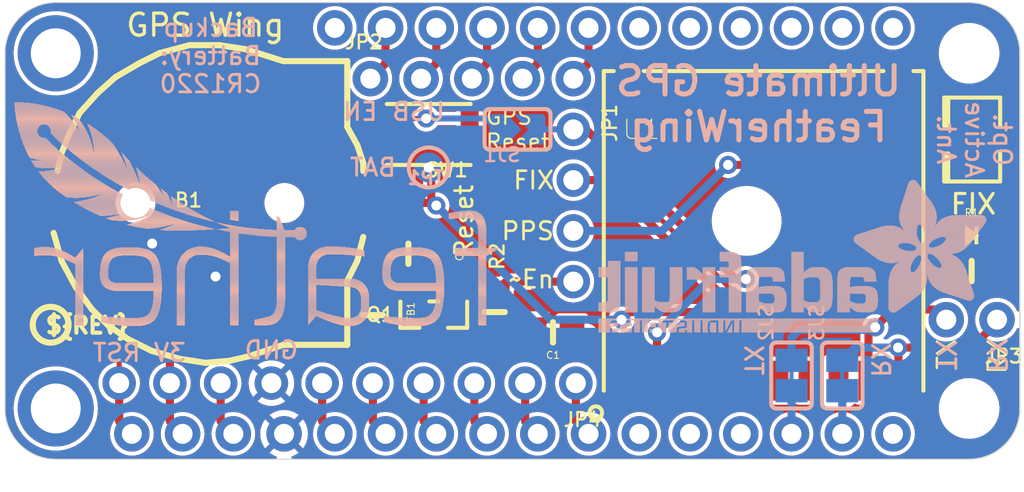
<source format=kicad_pcb>
(kicad_pcb (version 20221018) (generator pcbnew)
  (layers (0 "F.Cu" signal) (31 "B.Cu" signal) (34 "B.Paste" user) (35 "F.Paste" user) (36 "B.SilkS" user "B.Silkscreen") (37 "F.SilkS" user "F.Silkscreen") (38 "B.Mask" user) (39 "F.Mask" user) (44 "Edge.Cuts" user))
  (net 0 "")
  (net 1 "FIX")
  (net 2 "N$2")
  (net 3 "GND")
  (net 4 "3.3V")
  (net 5 "VBACKUP")
  (net 6 "GPS_TX")
  (net 7 "GPS_RX")
  (net 8 "N$4")
  (net 9 "1PPS")
  (net 10 "3V")
  (net 11 "N")
  (net 12 "M")
  (net 13 "L")
  (net 14 "F")
  (net 15 "E")
  (net 16 "D")
  (net 17 "C")
  (net 18 "B")
  (net 19 "A")
  (net 20 "GPS_RESET")
  (net 21 "RST")
  (net 22 "AREF")
  (net 23 "EN")
  (net 24 "USB")
  (net 25 "N$15")
  (net 26 "ENABLE")
  (net 27 "RX")
  (net 28 "TX")
  (net 29 "J")
  (net 30 "I")
  (net 31 "H")
  (net 32 "SCL")
  (net 33 "SDA")
  (net 34 "K")
  (net 35 "SCK")
  (net 36 "MOSI")
  (net 37 "MISO")
  (net 38 "G")
  (footprint "working:1X10_ROUND" (layer "F.Cu") (at 140.2461 112.6236 180)
    (fp_text reference "JP4" (at -12.7762 -1.8288) (layer "F.SilkS") (effects (font (size 0.692831 0.692831) (thickness 0.119969)) (justify right)))
    (fp_text value "")
    (pad "1" thru_hole circle (at -11.43 0 270) (size 1.6764 1.6764) (drill 1) (layers "*.Cu" "*.Mask") (net 14 "F"))
    (pad "2" thru_hole circle (at -8.89 0 270) (size 1.6764 1.6764) (drill 1) (layers "*.Cu" "*.Mask") (net 15 "E"))
    (pad "3" thru_hole circle (at -6.35 0 270) (size 1.6764 1.6764) (drill 1) (layers "*.Cu" "*.Mask") (net 16 "D"))
    (pad "4" thru_hole circle (at -3.81 0 270) (size 1.6764 1.6764) (drill 1) (layers "*.Cu" "*.Mask") (net 17 "C"))
    (pad "5" thru_hole circle (at -1.27 0 270) (size 1.6764 1.6764) (drill 1) (layers "*.Cu" "*.Mask") (net 18 "B"))
    (pad "6" thru_hole circle (at 1.27 0 270) (size 1.6764 1.6764) (drill 1) (layers "*.Cu" "*.Mask") (net 19 "A"))
    (pad "7" thru_hole circle (at 3.81 0 270) (size 1.6764 1.6764) (drill 1) (layers "*.Cu" "*.Mask") (net 3 "GND"))
    (pad "8" thru_hole circle (at 6.35 0 270) (size 1.6764 1.6764) (drill 1) (layers "*.Cu" "*.Mask") (net 22 "AREF"))
    (pad "9" thru_hole circle (at 8.89 0 270) (size 1.6764 1.6764) (drill 1) (layers "*.Cu" "*.Mask") (net 10 "3V"))
    (pad "10" thru_hole circle (at 11.43 0 270) (size 1.6764 1.6764) (drill 1) (layers "*.Cu" "*.Mask") (net 21 "RST"))
  )
  (footprint "working:FIDUCIAL_1MM" (layer "F.Cu") (at 169.6061 115.3726)
    (fp_text reference "FID2" hide)
    (fp_text value "FIDUCIAL\"\"" hide)
    (pad "1" smd roundrect (at 0 0) (size 1 1) (layers "F.Cu" "F.Mask") (roundrect_rratio 0.5))
  )
  (footprint "working:0805-NO" (layer "F.Cu") (at 143.2941 106.1466)
    (fp_text reference "C2" (at 2.564 0.405 90) (layer "F.SilkS") (effects (font (size 0.35308 0.35308) (thickness 0.05332)) (justify left)))
    (fp_text value "10uF")
    (pad "1" smd rect (at -0.95 0) (size 1.24 1.5) (layers "F.Cu" "F.Paste" "F.Mask") (net 4 "3.3V"))
    (pad "2" smd rect (at 0.95 0) (size 1.24 1.5) (layers "F.Cu" "F.Paste" "F.Mask") (net 3 "GND"))
  )
  (footprint "working:U.FL" (layer "F.Cu") (at 171.6151 100.4316 180)
    (fp_text reference "X1" hide)
    (fp_text value "uFL" hide)
    (pad "1" smd rect (at 0 -1.375 180) (size 2.2 1.05) (layers "F.Cu" "F.Paste" "F.Mask") (net 3 "GND"))
    (pad "2" smd rect (at 0 1.375 180) (size 2.2 1.05) (layers "F.Cu" "F.Paste" "F.Mask") (net 3 "GND"))
    (pad "3" smd rect (at 1.525 0 180) (size 0.8 1) (layers "F.Cu" "F.Paste" "F.Mask") (net 8 "N$4"))
    (zone (net 0) (net_name "") (layer "F.Cu") (connect_pads (clearance 0)) (min_thickness 0.25)
      (keepout (tracks not_allowed) (vias not_allowed) (pads not_allowed) (copperpour not_allowed) (footprints allowed))
      (fill (thermal_gap 0.5) (thermal_bridge_width 0.5))
      (polygon (pts (xy 172.5041 99.6061) (xy 170.7261 99.6061) (xy 170.7261 101.2571) (xy 172.5041 101.2571)))
    )
  )
  (footprint "working:SOT23-WIDE" (layer "F.Cu") (at 144.5641 109.1946 180)
    (fp_text reference "Q1" (at 1.905 0) (layer "F.SilkS") (effects (font (size 0.692831 0.692831) (thickness 0.119969)) (justify right)))
    (fp_text value "DMG3415U-7 ")
    (pad "1" smd rect (at -0.95 1 180) (size 1 1.2) (layers "F.Cu" "F.Paste" "F.Mask") (net 26 "ENABLE"))
    (pad "2" smd rect (at 0.95 1 180) (size 1 1.2) (layers "F.Cu" "F.Paste" "F.Mask") (net 4 "3.3V"))
    (pad "3" smd rect (at 0 -1 180) (size 1 1.2) (layers "F.Cu" "F.Paste" "F.Mask") (net 25 "N$15"))
  )
  (footprint "working:1X02_ROUND" (layer "F.Cu") (at 171.4881 109.4486 180)
    (fp_text reference "JP3" (at -2.6162 -1.8288) (layer "F.SilkS") (effects (font (size 0.692831 0.692831) (thickness 0.119969)) (justify right)))
    (fp_text value "")
    (pad "1" thru_hole circle (at -1.27 0 270) (size 1.778 1.778) (drill 1) (layers "*.Cu" "*.Mask") (net 7 "GPS_RX"))
    (pad "2" thru_hole circle (at 1.27 0 270) (size 1.778 1.778) (drill 1) (layers "*.Cu" "*.Mask") (net 6 "GPS_TX"))
  )
  (footprint "working:0805-NO" (layer "F.Cu") (at 150.5331 110.0836 180)
    (fp_text reference "C1" (at -0.381 -1.143) (layer "F.SilkS") (effects (font (size 0.35308 0.35308) (thickness 0.05332)) (justify right)))
    (fp_text value "0.1uF")
    (pad "1" smd rect (at -0.95 0 180) (size 1.24 1.5) (layers "F.Cu" "F.Paste" "F.Mask") (net 25 "N$15"))
    (pad "2" smd rect (at 0.95 0 180) (size 1.24 1.5) (layers "F.Cu" "F.Paste" "F.Mask") (net 3 "GND"))
  )
  (footprint "working:0805-NO" (layer "F.Cu") (at 147.6121 109.0676 90)
    (fp_text reference "R2" (at 2.032 0.127 90) (layer "F.SilkS") (effects (font (size 0.692831 0.692831) (thickness 0.119969)) (justify left)))
    (fp_text value "100K")
    (pad "1" smd rect (at -0.95 0 90) (size 1.24 1.5) (layers "F.Cu" "F.Paste" "F.Mask") (net 3 "GND"))
    (pad "2" smd rect (at 0.95 0 90) (size 1.24 1.5) (layers "F.Cu" "F.Paste" "F.Mask") (net 26 "ENABLE"))
  )
  (footprint "working:FIDUCIAL_1MM" (layer "F.Cu") (at 124.7521 99.5426)
    (fp_text reference "FID1" hide)
    (fp_text value "FIDUCIAL\"\"" hide)
    (pad "1" smd roundrect (at 0 0) (size 1 1) (layers "F.Cu" "F.Mask") (roundrect_rratio 0.5))
  )
  (footprint "working:1X05_ROUND_70" (layer "F.Cu") (at 146.4691 97.3836)
    (fp_text reference "JP2" (at -6.4262 -1.8288) (layer "F.SilkS") (effects (font (size 0.692831 0.692831) (thickness 0.119969)) (justify left)))
    (fp_text value "")
    (pad "1" thru_hole circle (at -5.08 0 90) (size 1.778 1.778) (drill 1) (layers "*.Cu" "*.Mask") (net 23 "EN"))
    (pad "2" thru_hole circle (at -2.54 0 90) (size 1.778 1.778) (drill 1) (layers "*.Cu" "*.Mask") (net 24 "USB"))
    (pad "3" thru_hole circle (at 0 0 90) (size 1.778 1.778) (drill 1) (layers "*.Cu" "*.Mask") (net 11 "N"))
    (pad "4" thru_hole circle (at 2.54 0 90) (size 1.778 1.778) (drill 1) (layers "*.Cu" "*.Mask") (net 12 "M"))
    (pad "5" thru_hole circle (at 5.08 0 90) (size 1.778 1.778) (drill 1) (layers "*.Cu" "*.Mask") (net 13 "L"))
  )
  (footprint "working:FEATHERWING" (layer "F.Cu") (at 123.1011 116.4336)
    (fp_text reference "MS1" hide)
    (fp_text value "FEATHERWING" hide)
    (fp_line (start 0 -20.32) (end 0 -2.54) (stroke (width 0.05)) (layer "Edge.Cuts"))
    (fp_line (start 2.54 0) (end 48.26 0) (stroke (width 0.05)) (layer "Edge.Cuts"))
    (fp_line (start 48.26 -22.86) (end 2.54 -22.86) (stroke (width 0.05)) (layer "Edge.Cuts"))
    (fp_line (start 50.8 -2.54) (end 50.8 -20.32) (stroke (width 0.05)) (layer "Edge.Cuts"))
    (fp_arc (start 0 -20.32) (mid 0.743949 -22.116051) (end 2.54 -22.86) (stroke (width 0.05)) (layer "Edge.Cuts"))
    (fp_arc (start 2.54 0) (mid 0.743949 -0.743949) (end 0 -2.54) (stroke (width 0.05)) (layer "Edge.Cuts"))
    (fp_arc (start 48.26 -22.86) (mid 50.056051 -22.116051) (end 50.8 -20.32) (stroke (width 0.05)) (layer "Edge.Cuts"))
    (fp_arc (start 50.8 -2.54) (mid 50.056051 -0.743949) (end 48.26 0) (stroke (width 0.05)) (layer "Edge.Cuts"))
    (pad "" np_thru_hole circle (at 48.26 -20.32) (size 2.54 2.54) (drill 2.54) (layers "*.Cu" "*.Mask"))
    (pad "" np_thru_hole circle (at 48.26 -2.54) (size 2.54 2.54) (drill 2.54) (layers "*.Cu" "*.Mask"))
    (pad "1" thru_hole circle (at 6.35 -1.27) (size 1.778 1.778) (drill 1) (layers "*.Cu" "*.Mask") (net 21 "RST"))
    (pad "2" thru_hole circle (at 8.89 -1.27) (size 1.778 1.778) (drill 1) (layers "*.Cu" "*.Mask") (net 10 "3V"))
    (pad "3" thru_hole circle (at 11.43 -1.27) (size 1.778 1.778) (drill 1) (layers "*.Cu" "*.Mask") (net 22 "AREF"))
    (pad "4" thru_hole circle (at 13.97 -1.27) (size 1.778 1.778) (drill 1) (layers "*.Cu" "*.Mask") (net 3 "GND"))
    (pad "5" thru_hole circle (at 16.51 -1.27) (size 1.778 1.778) (drill 1) (layers "*.Cu" "*.Mask") (net 19 "A"))
    (pad "6" thru_hole circle (at 19.05 -1.27) (size 1.778 1.778) (drill 1) (layers "*.Cu" "*.Mask") (net 18 "B"))
    (pad "7" thru_hole circle (at 21.59 -1.27) (size 1.778 1.778) (drill 1) (layers "*.Cu" "*.Mask") (net 17 "C"))
    (pad "8" thru_hole circle (at 24.13 -1.27) (size 1.778 1.778) (drill 1) (layers "*.Cu" "*.Mask") (net 16 "D"))
    (pad "9" thru_hole circle (at 26.67 -1.27) (size 1.778 1.778) (drill 1) (layers "*.Cu" "*.Mask") (net 15 "E"))
    (pad "10" thru_hole circle (at 29.21 -1.27) (size 1.778 1.778) (drill 1) (layers "*.Cu" "*.Mask") (net 14 "F"))
    (pad "11" thru_hole circle (at 31.75 -1.27) (size 1.778 1.778) (drill 1) (layers "*.Cu" "*.Mask") (net 35 "SCK"))
    (pad "12" thru_hole circle (at 34.29 -1.27) (size 1.778 1.778) (drill 1) (layers "*.Cu" "*.Mask") (net 36 "MOSI"))
    (pad "13" thru_hole circle (at 36.83 -1.27) (size 1.778 1.778) (drill 1) (layers "*.Cu" "*.Mask") (net 37 "MISO"))
    (pad "14" thru_hole circle (at 39.37 -1.27) (size 1.778 1.778) (drill 1) (layers "*.Cu" "*.Mask") (net 27 "RX"))
    (pad "15" thru_hole circle (at 41.91 -1.27) (size 1.778 1.778) (drill 1) (layers "*.Cu" "*.Mask") (net 28 "TX"))
    (pad "16" thru_hole circle (at 44.45 -1.27) (size 1.778 1.778) (drill 1) (layers "*.Cu" "*.Mask") (net 38 "G"))
    (pad "17" thru_hole circle (at 44.45 -21.59) (size 1.778 1.778) (drill 1) (layers "*.Cu" "*.Mask") (net 33 "SDA"))
    (pad "18" thru_hole circle (at 41.91 -21.59) (size 1.778 1.778) (drill 1) (layers "*.Cu" "*.Mask") (net 32 "SCL"))
    (pad "19" thru_hole circle (at 39.37 -21.59) (size 1.778 1.778) (drill 1) (layers "*.Cu" "*.Mask") (net 31 "H"))
    (pad "20" thru_hole circle (at 36.83 -21.59) (size 1.778 1.778) (drill 1) (layers "*.Cu" "*.Mask") (net 30 "I"))
    (pad "21" thru_hole circle (at 34.29 -21.59) (size 1.778 1.778) (drill 1) (layers "*.Cu" "*.Mask") (net 29 "J"))
    (pad "22" thru_hole circle (at 31.75 -21.59) (size 1.778 1.778) (drill 1) (layers "*.Cu" "*.Mask") (net 34 "K"))
    (pad "23" thru_hole circle (at 29.21 -21.59) (size 1.778 1.778) (drill 1) (layers "*.Cu" "*.Mask") (net 13 "L"))
    (pad "24" thru_hole circle (at 26.67 -21.59) (size 1.778 1.778) (drill 1) (layers "*.Cu" "*.Mask") (net 12 "M"))
    (pad "25" thru_hole circle (at 24.13 -21.59) (size 1.778 1.778) (drill 1) (layers "*.Cu" "*.Mask") (net 11 "N"))
    (pad "26" thru_hole circle (at 21.59 -21.59) (size 1.778 1.778) (drill 1) (layers "*.Cu" "*.Mask") (net 24 "USB"))
    (pad "27" thru_hole circle (at 19.05 -21.59) (size 1.778 1.778) (drill 1) (layers "*.Cu" "*.Mask") (net 23 "EN"))
    (pad "28" thru_hole circle (at 16.51 -21.59) (size 1.778 1.778) (drill 1) (layers "*.Cu" "*.Mask"))
    (pad "P$1" thru_hole circle (at 2.54 -20.32) (size 3.81 3.81) (drill 2.5) (layers "*.Cu" "*.Mask"))
    (pad "P$2" thru_hole circle (at 2.54 -2.54) (size 3.81 3.81) (drill 2.5) (layers "*.Cu" "*.Mask"))
  )
  (footprint "working:0805-NO" (layer "F.Cu") (at 141.5161 109.2186 90)
    (fp_text reference "FB1" (at -0.381 1.905 90) (layer "F.SilkS") (effects (font (size 0.35308 0.35308) (thickness 0.05332)) (justify left)))
    (fp_text value "Ferrite")
    (pad "1" smd rect (at -0.95 0 90) (size 1.24 1.5) (layers "F.Cu" "F.Paste" "F.Mask") (net 10 "3V"))
    (pad "2" smd rect (at 0.95 0 90) (size 1.24 1.5) (layers "F.Cu" "F.Paste" "F.Mask") (net 4 "3.3V"))
  )
  (footprint "working:CR1220-2" (layer "F.Cu") (at 133.1341 103.6066)
    (fp_text reference "B1" (at -1.602 -0.14) (layer "F.SilkS") (effects (font (size 0.692831 0.692831) (thickness 0.119969)) (justify left)))
    (fp_text value "CR1220")
    (pad "" np_thru_hole circle (at -3.5 0) (size 1.5 1.5) (drill 1.5) (layers "*.Cu" "*.Mask"))
    (pad "" np_thru_hole circle (at 3.95 0) (size 1.5 1.5) (drill 1.5) (layers "*.Cu" "*.Mask"))
    (pad "+" smd rect (at 8.29 0) (size 4 2) (layers "F.Cu" "F.Paste" "F.Mask") (net 5 "VBACKUP"))
    (pad "-" smd rect (at -7.6 0) (size 4 2) (layers "F.Cu" "F.Paste" "F.Mask") (net 3 "GND"))
  )
  (footprint "working:1X04_ROUND" (layer "F.Cu") (at 151.5491 103.7336 -90)
    (fp_text reference "JP1" (at -5.1562 -1.8288 90) (layer "F.SilkS") (effects (font (size 0.692831 0.692831) (thickness 0.119969)) (justify right)))
    (fp_text value "")
    (pad "1" thru_hole circle (at -3.81 0) (size 1.6764 1.6764) (drill 1) (layers "*.Cu" "*.Mask") (net 20 "GPS_RESET"))
    (pad "2" thru_hole circle (at -1.27 0) (size 1.6764 1.6764) (drill 1) (layers "*.Cu" "*.Mask") (net 1 "FIX"))
    (pad "3" thru_hole circle (at 1.27 0) (size 1.6764 1.6764) (drill 1) (layers "*.Cu" "*.Mask") (net 9 "1PPS"))
    (pad "4" thru_hole circle (at 3.81 0) (size 1.6764 1.6764) (drill 1) (layers "*.Cu" "*.Mask") (net 26 "ENABLE"))
  )
  (footprint "working:0805-NO" (layer "F.Cu") (at 171.4881 107.0116)
    (fp_text reference "R1" (at -0.381 -2.921) (layer "F.SilkS") (effects (font (size 0.35308 0.35308) (thickness 0.05332)) (justify left)))
    (fp_text value "470 ohm")
    (pad "1" smd rect (at -0.95 0) (size 1.24 1.5) (layers "F.Cu" "F.Paste" "F.Mask") (net 3 "GND"))
    (pad "2" smd rect (at 0.95 0) (size 1.24 1.5) (layers "F.Cu" "F.Paste" "F.Mask") (net 2 "N$2"))
  )
  (footprint "working:FGPMMOPA6H" (layer "F.Cu") (at 161.0741 105.0036 90)
    (fp_text reference "U1" (at 5.071 -7.111) (layer "F.SilkS") (effects (font (size 0.96268 0.96268) (thickness 0.05332)) (justify left)))
    (fp_text value "FGPMMOPA6H")
    (pad "" np_thru_hole circle (at 0.5 -0.85 90) (size 3 3) (drill 3) (layers "*.Cu" "*.Mask"))
    (pad "P$1" smd rect (at -7.5 -6.75 90) (size 2 1) (layers "F.Cu" "F.Paste" "F.Mask") (net 25 "N$15"))
    (pad "P$2" smd rect (at -7.5 -5.25 90) (size 2 1) (layers "F.Cu" "F.Paste" "F.Mask") (net 20 "GPS_RESET"))
    (pad "P$3" smd rect (at -7.5 -3.75 90) (size 2 1) (layers "F.Cu" "F.Paste" "F.Mask") (net 3 "GND"))
    (pad "P$4" smd rect (at -7.5 -2.25 90) (size 2 1) (layers "F.Cu" "F.Paste" "F.Mask") (net 5 "VBACKUP"))
    (pad "P$5" smd rect (at -7.5 -0.75 90) (size 2 1) (layers "F.Cu" "F.Paste" "F.Mask") (net 1 "FIX"))
    (pad "P$6" smd rect (at -7.5 0.75 90) (size 2 1) (layers "F.Cu" "F.Paste" "F.Mask"))
    (pad "P$7" smd rect (at -7.5 2.25 90) (size 2 1) (layers "F.Cu" "F.Paste" "F.Mask"))
    (pad "P$8" smd rect (at -7.5 3.75 90) (size 2 1) (layers "F.Cu" "F.Paste" "F.Mask") (net 3 "GND"))
    (pad "P$9" smd rect (at -7.5 5.25 90) (size 2 1) (layers "F.Cu" "F.Paste" "F.Mask") (net 6 "GPS_TX"))
    (pad "P$10" smd rect (at -7.5 6.75 90) (size 2 1) (layers "F.Cu" "F.Paste" "F.Mask") (net 7 "GPS_RX"))
    (pad "P$11" smd rect (at 7.5 6.75 270) (size 2 1) (layers "F.Cu" "F.Paste" "F.Mask") (net 8 "N$4"))
    (pad "P$12" smd rect (at 7.5 5.25 270) (size 2 1) (layers "F.Cu" "F.Paste" "F.Mask") (net 3 "GND"))
    (pad "P$13" smd rect (at 7.5 3.75 270) (size 2 1) (layers "F.Cu" "F.Paste" "F.Mask") (net 9 "1PPS"))
    (pad "P$14" smd rect (at 7.5 2.25 270) (size 2 1) (layers "F.Cu" "F.Paste" "F.Mask"))
    (pad "P$15" smd rect (at 7.5 0.75 270) (size 2 1) (layers "F.Cu" "F.Paste" "F.Mask"))
    (pad "P$16" smd rect (at 7.5 -0.75 270) (size 2 1) (layers "F.Cu" "F.Paste" "F.Mask"))
    (pad "P$17" smd rect (at 7.5 -2.25 270) (size 2 1) (layers "F.Cu" "F.Paste" "F.Mask"))
    (pad "P$18" smd rect (at 7.5 -3.75 270) (size 2 1) (layers "F.Cu" "F.Paste" "F.Mask"))
    (pad "P$19" smd rect (at 7.5 -5.25 270) (size 2 1) (layers "F.Cu" "F.Paste" "F.Mask") (net 3 "GND"))
    (pad "P$20" smd rect (at 7.5 -6.75 270) (size 2 1) (layers "F.Cu" "F.Paste" "F.Mask"))
  )
  (footprint "working:BTN_KMR2_4.6X2.8" (layer "F.Cu") (at 144.3101 100.1776 180)
    (fp_text reference "SW1" (at -2.032 -1.778) (layer "F.SilkS") (effects (font (size 0.692831 0.692831) (thickness 0.119969)) (justify right)))
    (fp_text value "KMR2")
    (pad "A" smd rect (at 2.05 -0.8 180) (size 0.9 0.9) (layers "F.Cu" "F.Paste" "F.Mask") (net 3 "GND"))
    (pad "A'" smd rect (at -2.05 -0.8 180) (size 0.9 0.9) (layers "F.Cu" "F.Paste" "F.Mask") (net 3 "GND"))
    (pad "B" smd rect (at 2.05 0.8 180) (size 0.9 0.9) (layers "F.Cu" "F.Paste" "F.Mask") (net 21 "RST"))
    (pad "B'" smd rect (at -2.05 0.8 180) (size 0.9 0.9) (layers "F.Cu" "F.Paste" "F.Mask") (net 21 "RST"))
  )
  (footprint "working:CHIPLED_0805_NOOUTLINE" (layer "F.Cu") (at 171.4881 105.2336 -90)
    (fp_text reference "LED1" hide)
    (fp_text value "RED")
    (pad "A" smd rect (at 0 1.05 270) (size 1.2 1.2) (layers "F.Cu" "F.Paste" "F.Mask") (net 1 "FIX"))
    (pad "C" smd rect (at 0 -1.05 270) (size 1.2 1.2) (layers "F.Cu" "F.Paste" "F.Mask") (net 2 "N$2"))
  )
  (footprint "working:PCBFEAT-REV-040" (layer "F.Cu") (at 125.3871 109.7026)
    (fp_text reference "U$9" hide)
    (fp_text value "" hide)
    (fp_text user "${REV}" (at -0.3556 0.508) (layer "F.SilkS") (effects (font (size 0.8128 0.8128) (thickness 0.2032)) (justify left bottom)))
  )
  (footprint "working:TESTPOINT_ROUND_1.5MM" (layer "B.Cu") (at 144.3101 101.8286 180)
    (fp_text reference "TP1" (at 1.143 -0.127) (layer "B.SilkS") (effects (font (size 0.666496 0.666496) (thickness 0.146304)) (justify right top mirror)))
    (fp_text value "")
    (pad "P$1" smd roundrect (at 0 0 180) (size 1.5 1.5) (layers "B.Cu" "B.Mask") (roundrect_rratio 0.5) (net 5 "VBACKUP"))
  )
  (footprint "working:SOLDERJUMPER_ARROW_NOPASTE" (layer "B.Cu") (at 148.7551 99.9236)
    (fp_text reference "SJ1" (at -1.778 1.27) (layer "B.SilkS") (effects (font (size 0.692831 0.692831) (thickness 0.119969)) (justify right mirror)))
    (fp_text value "")
    (fp_poly (pts (xy 0.201021 0) (xy -0.560979 -0.762) (xy -1.1684 -0.762) (xy -1.1684 0.762) (xy -0.560979 0.762)) (fill solid) (layer "B.Cu"))
    (fp_poly (pts (xy 1.1684 -0.762) (xy -0.186831 -0.762) (xy 0.548892 0) (xy -0.186831 0.762) (xy 1.1684 0.762)) (fill solid) (layer "B.Cu"))
    (pad "1" smd roundrect (at -1.016 0) (size 0.762 1.524) (layers "B.Cu") (net 21 "RST"))
    (pad "2" smd roundrect (at 1.016 0) (size 0.762 1.524) (layers "B.Cu") (net 20 "GPS_RESET"))
  )
  (footprint "working:SOLDERJUMPER_CLOSEDWIRE" (layer "B.Cu") (at 165.0111 112.2426 -90)
    (fp_text reference "SJ3" (at -1.651 1.27 -270) (layer "B.SilkS") (effects (font (size 0.692831 0.692831) (thickness 0.119969)) (justify right mirror)))
    (fp_text value "")
    (pad "1" smd rect (at -0.762 0 270) (size 1.1684 1.6002) (layers "B.Cu" "B.Mask") (net 7 "GPS_RX"))
    (pad "2" smd rect (at 0.762 0 270) (size 1.1684 1.6002) (layers "B.Cu" "B.Mask") (net 28 "TX"))
    (pad "WIRE" smd rect (at 0 0 270) (size 0.635 0.2032) (layers "B.Cu" "B.Mask"))
  )
  (footprint "working:SOLDERJUMPER_CLOSEDWIRE" (layer "B.Cu") (at 162.4711 112.2426 -90)
    (fp_text reference "SJ2" (at -1.651 1.27 -270) (layer "B.SilkS") (effects (font (size 0.692831 0.692831) (thickness 0.119969)) (justify right mirror)))
    (fp_text value "")
    (pad "1" smd rect (at -0.762 0 270) (size 1.1684 1.6002) (layers "B.Cu" "B.Mask") (net 6 "GPS_TX"))
    (pad "2" smd rect (at 0.762 0 270) (size 1.1684 1.6002) (layers "B.Cu" "B.Mask") (net 27 "RX"))
    (pad "WIRE" smd rect (at 0 0 270) (size 0.635 0.2032) (layers "B.Cu" "B.Mask"))
  )
  (footprint "working:FEATHERLOGO" (layer "B.Cu") (at 147.8661 109.8296 180)
    (fp_text reference "U$10" hide)
    (fp_text value "" hide)
  )
  (footprint "working:ADAFRUIT_TEXT_20MM" (layer "B.Cu") (at 172.3771 110.0836 180)
    (fp_text reference "U$11" hide)
    (fp_text value "" hide)
  )
  (gr_arc (start 171.3611 93.5736) (mid 173.157151 94.317549) (end 173.9011 96.1136) (stroke (width 0.05)) (layer "Edge.Cuts"))
  (gr_arc (start 173.9011 113.8936) (mid 173.157151 115.689651) (end 171.3611 116.4336) (stroke (width 0.05)) (layer "Edge.Cuts"))
  (gr_line (start 173.9011 96.1136) (end 173.9011 113.8936) (stroke (width 0.05)) (layer "Edge.Cuts"))
  (gr_text "Opt.\nActive\nAnt." (at 171.6151 100.4316 -90) (layer "B.SilkS") (effects (font (size 0.87376 0.87376) (thickness 0.14224)) (justify mirror)))
  (gr_text "GND" (at 136.4361 110.9726) (layer "B.SilkS") (effects (font (size 0.87376 0.87376) (thickness 0.14224)) (justify mirror)))
  (gr_text "USB" (at 143.8021 99.0346) (layer "B.SilkS") (effects (font (size 0.87376 0.87376) (thickness 0.14224)) (justify mirror)))
  (gr_text "Backup\nBattery:\nCR1220" (at 133.3881 96.2406) (layer "B.SilkS") (effects (font (size 0.87376 0.87376) (thickness 0.14224)) (justify mirror)))
  (gr_text "TX" (at 170.2181 111.2266 -90) (layer "B.SilkS") (effects (font (size 0.87376 0.87376) (thickness 0.14224)) (justify mirror)))
  (gr_text "3V" (at 131.3561 111.0996) (layer "B.SilkS") (effects (font (size 0.87376 0.87376) (thickness 0.14224)) (justify mirror)))
  (gr_text "EN" (at 140.8811 99.0346) (layer "B.SilkS") (effects (font (size 0.87376 0.87376) (thickness 0.14224)) (justify mirror)))
  (gr_text "RST" (at 128.6891 111.0996) (layer "B.SilkS") (effects (font (size 0.87376 0.87376) (thickness 0.14224)) (justify mirror)))
  (gr_text "BAT" (at 141.5161 101.8286) (layer "B.SilkS") (effects (font (size 0.87376 0.87376) (thickness 0.14224)) (justify mirror)))
  (gr_text "Ultimate GPS\nFeatherWing" (at 160.8201 98.6536) (layer "B.SilkS") (effects (font (size 1.42494 1.42494) (thickness 0.25146)) (justify mirror)))
  (gr_text "RX" (at 172.7581 111.2266 -90) (layer "B.SilkS") (effects (font (size 0.87376 0.87376) (thickness 0.14224)) (justify mirror)))
  (gr_text "TX" (at 160.5661 111.4806 -90) (layer "B.SilkS") (effects (font (size 0.87376 0.87376) (thickness 0.14224)) (justify mirror)))
  (gr_text "RX" (at 166.9161 111.4806 -90) (layer "B.SilkS") (effects (font (size 0.87376 0.87376) (thickness 0.14224)) (justify mirror)))
  (gr_text "RX" (at 172.2501 110.3376 90) (layer "F.SilkS") (effects (font (size 0.89408 0.89408) (thickness 0.12192)) (justify right top)))
  (gr_text "GPS\nReset" (at 147.1041 99.9236) (layer "F.SilkS") (effects (font (size 0.78232 0.78232) (thickness 0.10668)) (justify left)))
  (gr_text "GPS Wing" (at 129.0701 95.3516) (layer "F.SilkS") (effects (font (size 1.1049 1.1049) (thickness 0.1651)) (justify left bottom)))
  (gr_text "TX" (at 169.7101 110.3376 90) (layer "F.SilkS") (effects (font (size 0.89408 0.89408) (thickness 0.12192)) (justify right top)))
  (gr_text "PPS" (at 150.6601 104.4956) (layer "F.SilkS") (effects (font (size 0.88392 0.88392) (thickness 0.13208)) (justify right top)))
  (gr_text "FIX" (at 170.3451 104.2416) (layer "F.SilkS") (effects (font (size 0.98298 0.98298) (thickness 0.16002)) (justify left bottom)))
  (gr_text "Reset" (at 146.5961 106.4006 90) (layer "F.SilkS") (effects (font (size 0.88392 0.88392) (thickness 0.13208)) (justify left bottom)))
  (gr_text "FIX" (at 150.6601 101.9556) (layer "F.SilkS") (effects (font (size 0.88392 0.88392) (thickness 0.13208)) (justify right top)))
  (gr_text "~En" (at 150.6601 106.9086) (layer "F.SilkS") (effects (font (size 0.88392 0.88392) (thickness 0.13208)) (justify right top)))
  (segment (start 160.3241 112.5036) (end 160.3241 109.5636) (width 0.4064) (layer "F.Cu") (net 1))
  (segment (start 160.3241 109.5636) (end 153.2241 102.4636) (width 0.4064) (layer "F.Cu") (net 1))
  (segment (start 153.2241 102.4636) (end 151.5491 102.4636) (width 0.4064) (layer "F.Cu") (net 1))
  (segment (start 160.3241 109.5636) (end 164.6541 105.2336) (width 0.4064) (layer "F.Cu") (net 1))
  (segment (start 164.6541 105.2336) (end 170.4381 105.2336) (width 0.4064) (layer "F.Cu") (net 1))
  (segment (start 172.5381 105.2336) (end 172.4381 105.7146) (width 0.4064) (layer "F.Cu") (net 2))
  (segment (start 172.4381 105.7146) (end 172.4381 107.0116) (width 0.4064) (layer "F.Cu") (net 2))
  (via (at 130.4671 105.6386) (size 0.9064) (drill 0.5) (layers "F.Cu" "B.Cu") (net 3))
  (via (at 133.6421 107.2896) (size 0.9064) (drill 0.5) (layers "F.Cu" "B.Cu") (net 3))
  (segment (start 141.5161 106.9746) (end 141.5161 108.2686) (width 0.4064) (layer "F.Cu") (net 4))
  (segment (start 142.3441 106.1466) (end 141.5161 106.9746) (width 0.4064) (layer "F.Cu") (net 4))
  (segment (start 141.5161 108.2686) (end 141.5901 108.1946) (width 0.4064) (layer "F.Cu") (net 4))
  (segment (start 141.5901 108.1946) (end 143.6141 108.1946) (width 0.4064) (layer "F.Cu") (net 4))
  (segment (start 141.4241 103.6066) (end 144.4371 103.6066) (width 0.4064) (layer "F.Cu") (net 5))
  (segment (start 144.4371 103.6066) (end 144.5641 103.6066) (width 0.4064) (layer "F.Cu") (net 5))
  (segment (start 144.4371 101.9556) (end 144.3101 101.8286) (width 0.4064) (layer "F.Cu") (net 5))
  (segment (start 158.0261 109.0676) (end 158.8241 109.8656) (width 0.4064) (layer "F.Cu") (net 5))
  (segment (start 158.8241 109.8656) (end 158.8241 112.5036) (width 0.4064) (layer "F.Cu") (net 5))
  (segment (start 144.4371 103.6066) (end 144.4371 101.9556) (width 0.4064) (layer "F.Cu") (net 5))
  (segment (start 153.9621 109.4486) (end 154.3431 109.0676) (width 0.4064) (layer "F.Cu") (net 5))
  (segment (start 154.3431 109.0676) (end 158.0261 109.0676) (width 0.4064) (layer "F.Cu") (net 5))
  (segment (start 144.5641 103.6066) (end 144.6911 103.7336) (width 0.4064) (layer "F.Cu") (net 5))
  (via (at 144.6911 103.7336) (size 0.9064) (drill 0.5) (layers "F.Cu" "B.Cu") (net 5))
  (via (at 153.9621 109.4486) (size 0.9064) (drill 0.5) (layers "F.Cu" "B.Cu") (net 5))
  (via (at 144.3101 101.8286) (size 0.9064) (drill 0.5) (layers "F.Cu" "B.Cu") (net 5))
  (segment (start 150.4061 109.4486) (end 153.9621 109.4486) (width 0.4064) (layer "B.Cu") (net 5))
  (segment (start 144.6911 103.7336) (end 150.4061 109.4486) (width 0.4064) (layer "B.Cu") (net 5))
  (segment (start 166.6621 109.8296) (end 166.3241 110.1676) (width 0.4064) (layer "F.Cu") (net 6))
  (segment (start 166.6621 109.8296) (end 166.7256 109.7661) (width 0.4064) (layer "F.Cu") (net 6))
  (segment (start 166.3241 110.1676) (end 166.3241 112.5036) (width 0.4064) (layer "F.Cu") (net 6))
  (segment (start 169.7101 108.9406) (end 167.5511 108.9406) (width 0.4064) (layer "F.Cu") (net 6))
  (segment (start 170.2181 109.4486) (end 169.7101 108.9406) (width 0.4064) (layer "F.Cu") (net 6))
  (segment (start 167.5511 108.9406) (end 166.7256 109.7661) (width 0.4064) (layer "F.Cu") (net 6))
  (via (at 166.6621 109.8296) (size 0.9064) (drill 0.5) (layers "F.Cu" "B.Cu") (net 6))
  (segment (start 162.8521 109.9566) (end 166.5351 109.9566) (width 0.4064) (layer "B.Cu") (net 6))
  (segment (start 166.5351 109.9566) (end 166.6621 109.8296) (width 0.4064) (layer "B.Cu") (net 6))
  (segment (start 162.4711 111.4806) (end 162.4711 110.3376) (width 0.4064) (layer "B.Cu") (net 6))
  (segment (start 162.4711 110.3376) (end 162.8521 109.9566) (width 0.4064) (layer "B.Cu") (net 6))
  (segment (start 167.8051 110.8456) (end 167.8241 111.3346) (width 0.4064) (layer "F.Cu") (net 7))
  (segment (start 171.4881 110.8456) (end 167.8051 110.8456) (width 0.4064) (layer "F.Cu") (net 7))
  (segment (start 167.8241 111.3346) (end 167.8241 112.5036) (width 0.4064) (layer "F.Cu") (net 7))
  (segment (start 172.7581 109.5756) (end 171.4881 110.8456) (width 0.4064) (layer "F.Cu") (net 7))
  (segment (start 172.7581 109.5756) (end 172.7581 109.4486) (width 0.4064) (layer "F.Cu") (net 7))
  (via (at 167.8051 110.8456) (size 0.9064) (drill 0.5) (layers "F.Cu" "B.Cu") (net 7))
  (segment (start 165.0111 111.4806) (end 165.6461 110.8456) (width 0.4064) (layer "B.Cu") (net 7))
  (segment (start 165.6461 110.8456) (end 167.8051 110.8456) (width 0.4064) (layer "B.Cu") (net 7))
  (segment (start 168.658333 99.992316) (end 168.913508 100.160703) (width 0.8128) (layer "F.Cu") (net 8))
  (segment (start 167.8241 98.4196) (end 167.8241 98.4196) (width 0.8128) (layer "F.Cu") (net 8))
  (segment (start 167.8241 98.4196) (end 167.863946 98.722719) (width 0.8128) (layer "F.Cu") (net 8))
  (segment (start 168.23232 99.55587) (end 168.429719 99.789327) (width 0.8128) (layer "F.Cu") (net 8))
  (segment (start 168.913508 100.160703) (end 169.190051 100.291061) (width 0.8128) (layer "F.Cu") (net 8))
  (segment (start 168.429719 99.789327) (end 168.658333 99.992316) (width 0.8128) (layer "F.Cu") (net 8))
  (segment (start 169.48233 100.380736) (end 169.784396 100.427902) (width 0.8128) (layer "F.Cu") (net 8))
  (segment (start 167.863946 98.722719) (end 167.946525 99.017082) (width 0.8128) (layer "F.Cu") (net 8))
  (segment (start 168.070155 99.296696) (end 168.23232 99.55587) (width 0.8128) (layer "F.Cu") (net 8))
  (segment (start 167.8241 97.5036) (end 167.8241 98.4196) (width 0.8128) (layer "F.Cu") (net 8))
  (segment (start 167.946525 99.017082) (end 168.070155 99.296696) (width 0.8128) (layer "F.Cu") (net 8))
  (segment (start 169.784396 100.427902) (end 170.0901 100.4316) (width 0.8128) (layer "F.Cu") (net 8))
  (segment (start 169.190051 100.291061) (end 169.48233 100.380736) (width 0.8128) (layer "F.Cu") (net 8))
  (segment (start 164.8841 97.5636) (end 164.8241 97.5036) (width 0.4064) (layer "F.Cu") (net 9))
  (segment (start 164.8841 99.1616) (end 164.8841 97.5636) (width 0.4064) (layer "F.Cu") (net 9))
  (segment (start 159.2961 101.7016) (end 162.3441 101.7016) (width 0.4064) (layer "F.Cu") (net 9))
  (segment (start 162.3441 101.7016) (end 164.8841 99.1616) (width 0.4064) (layer "F.Cu") (net 9))
  (via (at 159.2961 101.7016) (size 0.9064) (drill 0.5) (layers "F.Cu" "B.Cu") (net 9))
  (segment (start 155.9941 105.0036) (end 159.2961 101.7016) (width 0.4064) (layer "B.Cu") (net 9))
  (segment (start 151.5491 105.0036) (end 155.9941 105.0036) (width 0.4064) (layer "B.Cu") (net 9))
  (segment (start 132.4991 110.2106) (end 141.4741 110.2106) (width 0.4064) (layer "F.Cu") (net 10))
  (segment (start 131.3561 112.6236) (end 131.3561 114.5286) (width 0.4064) (layer "F.Cu") (net 10))
  (segment (start 141.4741 110.2106) (end 141.5161 110.1686) (width 0.4064) (layer "F.Cu") (net 10))
  (segment (start 131.3561 114.5286) (end 131.9911 115.1636) (width 0.4064) (layer "F.Cu") (net 10))
  (segment (start 131.3561 111.3536) (end 132.4991 110.2106) (width 0.4064) (layer "F.Cu") (net 10))
  (segment (start 131.3561 112.6236) (end 131.3561 111.3536) (width 0.4064) (layer "F.Cu") (net 10))
  (segment (start 147.2311 96.6216) (end 146.4691 97.3836) (width 0.4064) (layer "F.Cu") (net 11))
  (segment (start 147.2311 94.8436) (end 147.2311 96.6216) (width 0.4064) (layer "F.Cu") (net 11))
  (segment (start 149.7711 96.6216) (end 149.0091 97.3836) (width 0.4064) (layer "F.Cu") (net 12))
  (segment (start 149.7711 94.8436) (end 149.7711 96.6216) (width 0.4064) (layer "F.Cu") (net 12))
  (segment (start 152.3111 94.8436) (end 152.3111 96.6216) (width 0.4064) (layer "F.Cu") (net 13))
  (segment (start 152.3111 96.6216) (end 151.5491 97.3836) (width 0.4064) (layer "F.Cu") (net 13))
  (segment (start 151.6761 112.6236) (end 151.6761 114.5286) (width 0.4064) (layer "F.Cu") (net 14))
  (segment (start 151.6761 114.5286) (end 152.3111 115.1636) (width 0.4064) (layer "F.Cu") (net 14))
  (segment (start 149.1361 112.6236) (end 149.1361 114.5286) (width 0.4064) (layer "F.Cu") (net 15))
  (segment (start 149.1361 114.5286) (end 149.7711 115.1636) (width 0.4064) (layer "F.Cu") (net 15))
  (segment (start 146.5961 112.6236) (end 146.5961 114.5286) (width 0.4064) (layer "F.Cu") (net 16))
  (segment (start 146.5961 114.5286) (end 147.2311 115.1636) (width 0.4064) (layer "F.Cu") (net 16))
  (segment (start 144.0561 112.6236) (end 144.0561 114.5286) (width 0.4064) (layer "F.Cu") (net 17))
  (segment (start 144.0561 114.5286) (end 144.6911 115.1636) (width 0.4064) (layer "F.Cu") (net 17))
  (segment (start 141.5161 112.6236) (end 141.5161 114.5286) (width 0.4064) (layer "F.Cu") (net 18))
  (segment (start 141.5161 114.5286) (end 142.1511 115.1636) (width 0.4064) (layer "F.Cu") (net 18))
  (segment (start 138.9761 114.5286) (end 139.6111 115.1636) (width 0.4064) (layer "F.Cu") (net 19))
  (segment (start 138.9761 112.6236) (end 138.9761 114.5286) (width 0.4064) (layer "F.Cu") (net 19))
  (segment (start 152.1841 99.9236) (end 159.6771 107.4166) (width 0.4064) (layer "F.Cu") (net 20))
  (segment (start 155.7401 110.0836) (end 155.7401 112.4196) (width 0.4064) (layer "F.Cu") (net 20))
  (segment (start 159.6771 107.4166) (end 160.1851 107.4166) (width 0.4064) (layer "F.Cu") (net 20))
  (segment (start 151.5491 99.9236) (end 152.1841 99.9236) (width 0.4064) (layer "F.Cu") (net 20))
  (segment (start 155.7401 112.4196) (end 155.8241 112.5036) (width 0.4064) (layer "F.Cu") (net 20))
  (via (at 155.7401 110.0836) (size 0.9064) (drill 0.5) (layers "F.Cu" "B.Cu") (net 20))
  (via (at 160.1851 107.4166) (size 0.9064) (drill 0.5) (layers "F.Cu" "B.Cu") (net 20))
  (segment (start 158.4071 107.4166) (end 155.7401 110.0836) (width 0.4064) (layer "B.Cu") (net 20))
  (segment (start 160.1851 107.4166) (end 158.4071 107.4166) (width 0.4064) (layer "B.Cu") (net 20))
  (segment (start 151.5491 99.9236) (end 149.7711 99.9236) (width 0.3048) (layer "B.Cu") (net 20))
  (segment (start 128.8161 109.1946) (end 138.5951 99.4156) (width 0.254) (layer "F.Cu") (net 21))
  (segment (start 128.8161 112.6236) (end 128.8161 114.5286) (width 0.4064) (layer "F.Cu") (net 21))
  (segment (start 144.0561 99.3776) (end 142.2601 99.3776) (width 0.254) (layer "F.Cu") (net 21))
  (segment (start 128.8161 114.5286) (end 129.4511 115.1636) (width 0.4064) (layer "F.Cu") (net 21))
  (segment (start 146.3601 99.3776) (end 144.1831 99.3776) (width 0.254) (layer "F.Cu") (net 21))
  (segment (start 138.5951 99.4156) (end 142.2221 99.4156) (width 0.254) (layer "F.Cu") (net 21))
  (segment (start 142.2221 99.4156) (end 142.2601 99.3776) (width 0.254) (layer "F.Cu") (net 21))
  (segment (start 144.1831 99.3776) (end 144.0561 99.3776) (width 0.3048) (layer "F.Cu") (net 21))
  (segment (start 128.8161 112.6236) (end 128.8161 109.1946) (width 0.254) (layer "F.Cu") (net 21))
  (via (at 144.1831 99.3776) (size 0.9064) (drill 0.5) (layers "F.Cu" "B.Cu") (net 21))
  (segment (start 147.1931 99.3776) (end 144.1831 99.3776) (width 0.3048) (layer "B.Cu") (net 21))
  (segment (start 147.7391 99.9236) (end 147.1931 99.3776) (width 0.3048) (layer "B.Cu") (net 21))
  (segment (start 133.8961 114.5286) (end 134.5311 115.1636) (width 0.4064) (layer "F.Cu") (net 22))
  (segment (start 133.8961 112.6236) (end 133.8961 114.5286) (width 0.4064) (layer "F.Cu") (net 22))
  (segment (start 142.1511 96.6216) (end 141.3891 97.3836) (width 0.4064) (layer "F.Cu") (net 23))
  (segment (start 142.1511 94.8436) (end 142.1511 96.6216) (width 0.4064) (layer "F.Cu") (net 23))
  (segment (start 144.6911 94.8436) (end 144.6911 96.6216) (width 0.4064) (layer "F.Cu") (net 24))
  (segment (start 144.6911 96.6216) (end 143.9291 97.3836) (width 0.4064) (layer "F.Cu") (net 24))
  (segment (start 154.2161 111.9886) (end 152.3111 110.0836) (width 0.4064) (layer "F.Cu") (net 25))
  (segment (start 145.7231 111.3536) (end 150.9141 111.3536) (width 0.4064) (layer "F.Cu") (net 25))
  (segment (start 154.2161 112.3956) (end 154.3241 112.5036) (width 0.4064) (layer "F.Cu") (net 25))
  (segment (start 144.5641 110.1946) (end 145.7231 111.3536) (width 0.4064) (layer "F.Cu") (net 25))
  (segment (start 151.4831 110.7846) (end 151.4831 110.0836) (width 0.4064) (layer "F.Cu") (net 25))
  (segment (start 152.3111 110.0836) (end 151.4831 110.0836) (width 0.4064) (layer "F.Cu") (net 25))
  (segment (start 154.2161 111.9886) (end 154.2161 112.3956) (width 0.4064) (layer "F.Cu") (net 25))
  (segment (start 150.9141 111.3536) (end 151.4831 110.7846) (width 0.4064) (layer "F.Cu") (net 25))
  (segment (start 147.6121 108.1176) (end 148.1861 107.5436) (width 0.4064) (layer "F.Cu") (net 26))
  (segment (start 148.1861 107.5436) (end 151.5491 107.5436) (width 0.4064) (layer "F.Cu") (net 26))
  (segment (start 145.5911 108.1176) (end 147.6121 108.1176) (width 0.4064) (layer "F.Cu") (net 26))
  (segment (start 145.5141 108.1946) (end 145.5911 108.1176) (width 0.4064) (layer "F.Cu") (net 26))
  (segment (start 162.4711 113.0046) (end 162.4711 115.1636) (width 0.4064) (layer "B.Cu") (net 27))
  (segment (start 165.0111 113.0046) (end 165.0111 115.1636) (width 0.4064) (layer "B.Cu") (net 28))
  (zone (net 3) (net_name "GND") (layer "F.Cu") (priority 6) (connect_pads (clearance 0.000001)) (min_thickness 0.127) (fill yes (thermal_gap 0.304) (thermal_bridge_width 0.304))
    (polygon (pts (xy 174.0281 116.5606) (xy 122.9741 116.5606) (xy 122.9741 93.4466) (xy 174.0281 93.4466)))
  )
  (zone (net 3) (net_name "GND") (layer "B.Cu") (priority 6) (connect_pads (clearance 0.000001)) (min_thickness 0.127) (fill yes (thermal_gap 0.304) (thermal_bridge_width 0.304))
    (polygon (pts (xy 174.0281 116.5606) (xy 122.9741 116.5606) (xy 122.9741 93.4466) (xy 174.0281 93.4466)))
  )
)
</source>
